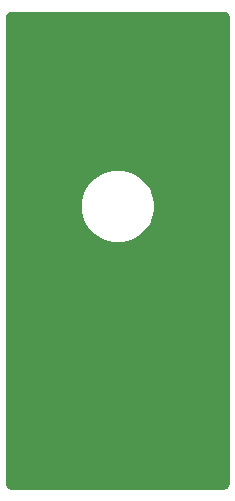
<source format=gbl>
G04 #@! TF.GenerationSoftware,KiCad,Pcbnew,5.1.9+dfsg1-1+deb11u1*
G04 #@! TF.CreationDate,2023-07-28T22:45:46+09:00*
G04 #@! TF.ProjectId,y-carrier-back-plate,792d6361-7272-4696-9572-2d6261636b2d,rev?*
G04 #@! TF.SameCoordinates,Original*
G04 #@! TF.FileFunction,Copper,L2,Bot*
G04 #@! TF.FilePolarity,Positive*
%FSLAX46Y46*%
G04 Gerber Fmt 4.6, Leading zero omitted, Abs format (unit mm)*
G04 Created by KiCad (PCBNEW 5.1.9+dfsg1-1+deb11u1) date 2023-07-28 22:45:46*
%MOMM*%
%LPD*%
G01*
G04 APERTURE LIST*
G04 #@! TA.AperFunction,NonConductor*
%ADD10C,0.254000*%
G04 #@! TD*
G04 #@! TA.AperFunction,NonConductor*
%ADD11C,0.100000*%
G04 #@! TD*
G04 APERTURE END LIST*
D10*
X141065424Y-80169580D02*
X141128356Y-80188580D01*
X141186405Y-80219445D01*
X141237343Y-80260989D01*
X141279248Y-80311644D01*
X141310515Y-80369471D01*
X141329956Y-80432272D01*
X141340000Y-80527835D01*
X141340001Y-119967711D01*
X141330420Y-120065424D01*
X141311420Y-120128357D01*
X141280554Y-120186406D01*
X141239011Y-120237343D01*
X141188356Y-120279248D01*
X141130529Y-120310515D01*
X141067728Y-120329956D01*
X140972165Y-120340000D01*
X123032278Y-120340000D01*
X122934575Y-120330420D01*
X122871641Y-120311419D01*
X122813597Y-120280557D01*
X122762656Y-120239010D01*
X122720748Y-120188352D01*
X122689484Y-120130530D01*
X122670045Y-120067728D01*
X122660000Y-119972164D01*
X122660000Y-96188305D01*
X128835313Y-96188305D01*
X128835313Y-96811695D01*
X128956930Y-97423105D01*
X129195490Y-97999042D01*
X129541827Y-98517371D01*
X129982629Y-98958173D01*
X130500958Y-99304510D01*
X131076895Y-99543070D01*
X131688305Y-99664687D01*
X132311695Y-99664687D01*
X132923105Y-99543070D01*
X133499042Y-99304510D01*
X134017371Y-98958173D01*
X134458173Y-98517371D01*
X134804510Y-97999042D01*
X135043070Y-97423105D01*
X135164687Y-96811695D01*
X135164687Y-96188305D01*
X135043070Y-95576895D01*
X134804510Y-95000958D01*
X134458173Y-94482629D01*
X134017371Y-94041827D01*
X133499042Y-93695490D01*
X132923105Y-93456930D01*
X132311695Y-93335313D01*
X131688305Y-93335313D01*
X131076895Y-93456930D01*
X130500958Y-93695490D01*
X129982629Y-94041827D01*
X129541827Y-94482629D01*
X129195490Y-95000958D01*
X128956930Y-95576895D01*
X128835313Y-96188305D01*
X122660000Y-96188305D01*
X122660000Y-80532279D01*
X122669580Y-80434576D01*
X122688580Y-80371644D01*
X122719445Y-80313595D01*
X122760989Y-80262657D01*
X122811644Y-80220752D01*
X122869471Y-80189485D01*
X122932272Y-80170044D01*
X123027835Y-80160000D01*
X140967721Y-80160000D01*
X141065424Y-80169580D01*
G04 #@! TA.AperFunction,NonConductor*
D11*
G36*
X141065424Y-80169580D02*
G01*
X141128356Y-80188580D01*
X141186405Y-80219445D01*
X141237343Y-80260989D01*
X141279248Y-80311644D01*
X141310515Y-80369471D01*
X141329956Y-80432272D01*
X141340000Y-80527835D01*
X141340001Y-119967711D01*
X141330420Y-120065424D01*
X141311420Y-120128357D01*
X141280554Y-120186406D01*
X141239011Y-120237343D01*
X141188356Y-120279248D01*
X141130529Y-120310515D01*
X141067728Y-120329956D01*
X140972165Y-120340000D01*
X123032278Y-120340000D01*
X122934575Y-120330420D01*
X122871641Y-120311419D01*
X122813597Y-120280557D01*
X122762656Y-120239010D01*
X122720748Y-120188352D01*
X122689484Y-120130530D01*
X122670045Y-120067728D01*
X122660000Y-119972164D01*
X122660000Y-96188305D01*
X128835313Y-96188305D01*
X128835313Y-96811695D01*
X128956930Y-97423105D01*
X129195490Y-97999042D01*
X129541827Y-98517371D01*
X129982629Y-98958173D01*
X130500958Y-99304510D01*
X131076895Y-99543070D01*
X131688305Y-99664687D01*
X132311695Y-99664687D01*
X132923105Y-99543070D01*
X133499042Y-99304510D01*
X134017371Y-98958173D01*
X134458173Y-98517371D01*
X134804510Y-97999042D01*
X135043070Y-97423105D01*
X135164687Y-96811695D01*
X135164687Y-96188305D01*
X135043070Y-95576895D01*
X134804510Y-95000958D01*
X134458173Y-94482629D01*
X134017371Y-94041827D01*
X133499042Y-93695490D01*
X132923105Y-93456930D01*
X132311695Y-93335313D01*
X131688305Y-93335313D01*
X131076895Y-93456930D01*
X130500958Y-93695490D01*
X129982629Y-94041827D01*
X129541827Y-94482629D01*
X129195490Y-95000958D01*
X128956930Y-95576895D01*
X128835313Y-96188305D01*
X122660000Y-96188305D01*
X122660000Y-80532279D01*
X122669580Y-80434576D01*
X122688580Y-80371644D01*
X122719445Y-80313595D01*
X122760989Y-80262657D01*
X122811644Y-80220752D01*
X122869471Y-80189485D01*
X122932272Y-80170044D01*
X123027835Y-80160000D01*
X140967721Y-80160000D01*
X141065424Y-80169580D01*
G37*
G04 #@! TD.AperFunction*
M02*

</source>
